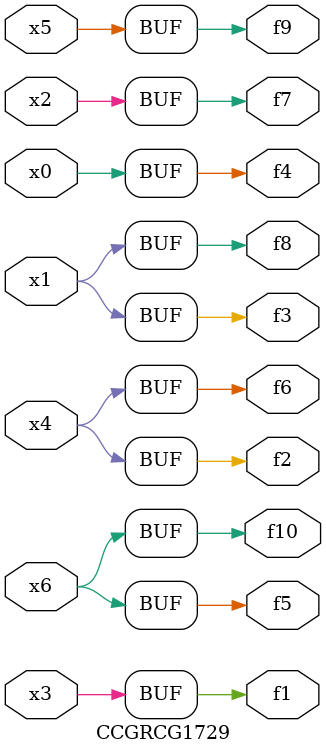
<source format=v>
module CCGRCG1729(
	input x0, x1, x2, x3, x4, x5, x6,
	output f1, f2, f3, f4, f5, f6, f7, f8, f9, f10
);
	assign f1 = x3;
	assign f2 = x4;
	assign f3 = x1;
	assign f4 = x0;
	assign f5 = x6;
	assign f6 = x4;
	assign f7 = x2;
	assign f8 = x1;
	assign f9 = x5;
	assign f10 = x6;
endmodule

</source>
